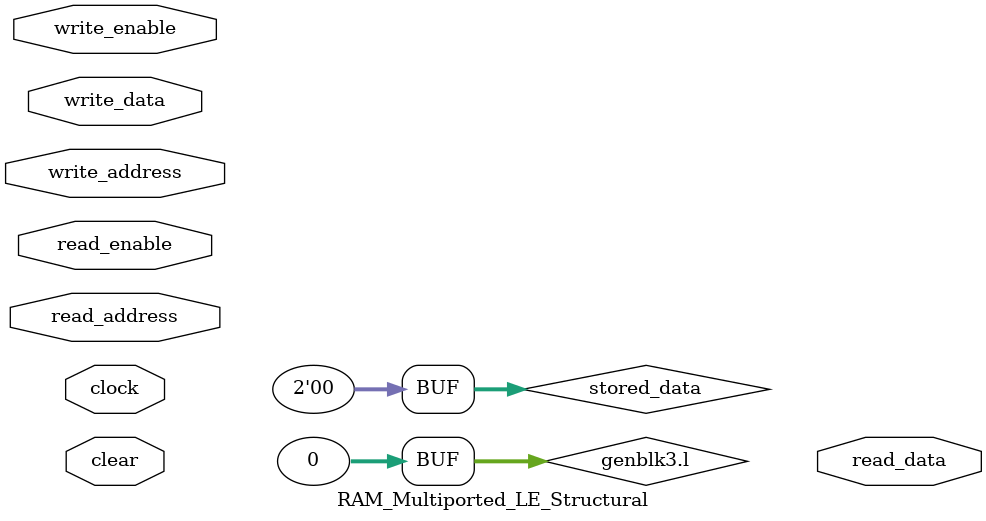
<source format=v>


//## Scaling and Applications

// This kind of multi-ported memory is not expected to map to underlying RAM
// blocks, but it can support arbitrary numbers of read and write ports by
// using random logic and registers, *and can be bulk-cleared in a single
// cycle*. It will not scale well to large depths or widths, and become very
// large and slow. But it is suitable for small, highly-concurrent memories
// such as semaphores, small CPU register files, or storage for parallel
// functional units, and is the building block of more efficient, larger
// multi-ported memories.

//## Implementation Style

// This implementation describes the logic in a structural manner, built from
// known sub-modules which can all be directly ported to any other HDL, rather
// than depend on Verilog-specific features as in the [behavioural
// implementation](./RAM_Multiported_LE_Behavioural.html), at the cost of
// larger logic (but the same number of registers). The structural
// implementation also makes the operation under out-of-bounds accesses
// well-defined, and easy to change as necessary for your application. 

//## Concurrency and Write Conflicts

// Concurrent reads and writes to the same address always returns the
// currently stored data, not the data being written, which becomes readable
// in the next cycle.  The result of concurrent writes to the same address is
// defined by the `ON_WRITE_CONFLICT` parameter, which specifies the Boolean
// combination of the conflicting data writes to the same address.

//## Synthesis Parameters

// The `RAMSTYLE` parameter is still provided for cases where the CAD tool
// might be able to map to RAM blocks, such as when `WRITE_PORT_COUNT` is 1.
// However, write-forwarding is not supported, unlike the [Simple Dual Port
// RAM](./RAM_Simple_Dual_Port.html), for example. 

// Expect warnings from the linter and your CAD tools if `DEPTH` is less than
// `ADDR_WIDTH**2`. It is allowable: *out-of-bounds reads and writes
// will respectively return zero and have no effect on the stored data.*

// The `SYNCHRONOUS_READ` parameter defines if the read ports are registered
// (1) or combinational (0). In other words, if the read results are available
// in the next cycle or the current one. There is the usual tradeoff in
// latency versus clock speed here. Any other parameter value will cause
// a synthesis error.

// **NOTE**: when reads are combinational, the `read_enable` line functions as
// an extra address line which maps the read output to a space where all
// values are `INIT_VALUE`. This can be handy to signal "no value" situations
// by using a magic number, or you can tie `read_enable` high to optimize away
// that extra logic.

//## Parameters, Ports, and Constants

// Since we cannot have variable numbers of ports on a Verilog module, the
// read and write data, address, and enable ports are vectors which
// concatenate all the read/write ports in numerical order. Each individual
// read/write port behaves like every other read/write port. There is no
// distinction.

`default_nettype none

module RAM_Multiported_LE_Structural
#(
    parameter                       WORD_WIDTH          = 0,
    parameter                       READ_PORT_COUNT     = 0,
    parameter                       WRITE_PORT_COUNT    = 0,
    parameter                       ADDR_WIDTH          = 0,
    parameter                       DEPTH               = 0,
    parameter                       USE_INIT_FILE       = 0,
    parameter                       INIT_FILE           = "",
    parameter   [WORD_WIDTH-1:0]    INIT_VALUE          = 0,
    parameter                       RAMSTYLE            = "",
    parameter                       ON_WRITE_CONFLICT   = "", // e.g.: AND, OR, XOR, XNOR, etc...
    parameter                       SYNCHRONOUS_READ    = 1,

    // Do not set at instantiation, except in IPI
    parameter TOTAL_READ_DATA  = WORD_WIDTH * READ_PORT_COUNT,
    parameter TOTAL_WRITE_DATA = WORD_WIDTH * WRITE_PORT_COUNT,
    parameter TOTAL_READ_ADDR  = ADDR_WIDTH * READ_PORT_COUNT,
    parameter TOTAL_WRITE_ADDR = ADDR_WIDTH * WRITE_PORT_COUNT
)
(
    input   wire                            clock,
    input   wire                            clear,

    input   wire    [TOTAL_WRITE_DATA-1:0]  write_data,
    input   wire    [TOTAL_WRITE_ADDR-1:0]  write_address,
    input   wire    [WRITE_PORT_COUNT-1:0]  write_enable,

    output  wire    [TOTAL_READ_DATA-1:0]   read_data,
    input   wire    [TOTAL_READ_ADDR-1:0]   read_address,
    input   wire    [READ_PORT_COUNT-1:0]   read_enable
);

    localparam WORD_ZERO            = {WORD_WIDTH{1'b0}};
    localparam WRITE_ADDR_HIT_ZERO  = {WRITE_PORT_COUNT{1'b0}};
    localparam TOTAL_STORED_DATA    = WORD_WIDTH * DEPTH;
    localparam TOTAL_STORED_ZERO    = {TOTAL_STORED_DATA{1'b0}};

//## RAM Array

// CAD tools expect a memory description like this, an arrays of registers, to
// infer RAM and to enable initializing from a file. The CAD tool will *try*
// to map the memory to the specified `RAMSTYLE`.

    (* ramstyle  = RAMSTYLE *) // Quartus
    (* ram_style = RAMSTYLE *) // Vivado

    reg [WORD_WIDTH-1:0] ram [DEPTH-1:0];

//## Write Ports and Storage

// For each `ram` array location, decode the `write_address` from each write
// port, masked by each write port's `write_enable` bit. If an address
// matches, then store the write data from that write port into that `ram`
// array location.  If no write address matches the `ram` location, then no
// write is enabled to that `ram` location.  Thus, if the write address
// exceeds the depth of the `ram`, nothing happens.  Conflicting write data
// are merged via the Boolean operation specified by `ON_WRITE_CONFLICT`.

    generate
    genvar i, j;

        reg [TOTAL_STORED_DATA-1:0] stored_data = TOTAL_STORED_ZERO;

        for (i=0; i < DEPTH; i=i+1) begin: per_ram_unit

//### Option: Out-Of-Bounds Write Handling

// By calculating [arithmetic predicates](./Arithmetic_Predicates_Binary.html)
// here to compare the write address with `DEPTH`, you could detect
// out-of-bounds writes.

            wire [WRITE_PORT_COUNT-1:0] write_addr_hit;

            for (j=0; j < WRITE_PORT_COUNT; j=j+1) begin: per_write_port
                Address_Decoder_Behavioural
                #(
                    .ADDR_WIDTH (ADDR_WIDTH)
                )
                write_address_decoder
                (
                    .base_addr  (i [ADDR_WIDTH-1:0]), // Must trim to width to avoid lint warnings.
                    .bound_addr (i [ADDR_WIDTH-1:0]),
                    .addr       (write_address [ADDR_WIDTH*j +: ADDR_WIDTH]),
                    .hit        (write_addr_hit [j])
                );
            end

//### Option: Write Conflict Handling

// Here we compute the final write enable to this particular `ram` location.
// This is where you would handle conflicting writes, by using a [Priority
// Arbiter](./Arbiter_Priority.html) for example. Or maybe return an error
// signal or delay a ready/valid handshake from completing. Or store the
// conflicting writes into a queue, or report the conflict as metadata when
// reading out, etc...

            reg write_enable_ram = 1'b0;

            always @(*) begin
                write_enable_ram = ((write_addr_hit & write_enable) != WRITE_ADDR_HIT_ZERO);
            end

            wire [WORD_WIDTH-1:0] write_data_selected;

            Multiplexer_One_Hot
            #(
                .WORD_WIDTH     (WORD_WIDTH),
                .WORD_COUNT     (WRITE_PORT_COUNT),
                .OPERATION      (ON_WRITE_CONFLICT),
                .IMPLEMENTATION ("AND")
            )
            write_data_mux
            (
                .selectors      (write_addr_hit),
                .words_in       (write_data),
                .word_out       (write_data_selected)
            );

//### Storage

// Rather than use a [Register](./Register.html) module for each `ram`
// location, we implement the writing and reset logic directly here, since we
// *must* use a reg array to enable initializing `ram` from a file later on.
// This code uses the ["Last Assignment Wins"](./verilog.html#resets) reset
// idiom.

            always @(posedge clock) begin
                if (write_enable_ram == 1'b1) begin
                    ram [i] <= write_data_selected;
                end
                if (clear == 1'b1) begin
                    ram [i] <= INIT_VALUE;
                end
            end

//### Flattening

// Here, we flatten the outputs of the `ram` reg array into a single vector so
// each read port can later select the desired data word. This isn't strictly
// necessary, but a single multiplexer is more modular than nested loops
// iterating over each memory location for each read port. 

            always @(*) begin
                stored_data [WORD_WIDTH*i +: WORD_WIDTH] = ram [i];
            end

        end

    endgenerate

//## Read Ports

// For each read port, we use the `read_address` to select the desired data
// word, and register it as output if `read_enable` is set that cycle. If the
// `read_address` is greater than the `ram` `DEPTH`, then `read_data` returns
// zero (and such an out-of-bounds access could also be detected here).

    generate
    genvar k;

        wire [TOTAL_READ_DATA-1:0] read_data_internal;

        for (k=0; k < READ_PORT_COUNT; k=k+1) begin: per_read_port
            Multiplexer_Binary_Structural
            #(
                .WORD_WIDTH     (WORD_WIDTH),
                .ADDR_WIDTH     (ADDR_WIDTH),
                .INPUT_COUNT    (DEPTH),
                .OPERATION      ("OR"),
                .IMPLEMENTATION ("AND")
            )
            read_data_selector
            (
                .selector       (read_address [ADDR_WIDTH*k +: ADDR_WIDTH]),
                .words_in       (stored_data),
                .word_out       (read_data_internal [WORD_WIDTH*k +: WORD_WIDTH])
            );

// The output is optionally registered to match the behaviour of synchronous
// RAMs, but also to pipeline the above *large* multiplexers. Since
// `read_data` is a `wire`, this is one of the rare places we have to use an
// `assign` statement.

            if (SYNCHRONOUS_READ == 0) begin: async_read
                // Tie `read_enable` high if not meaningful when `SYNCHRONOUS_READ` is 0
                assign read_data [WORD_WIDTH*k +: WORD_WIDTH] = (read_enable [k] == 1'b1) ? read_data_internal [WORD_WIDTH*k +: WORD_WIDTH] : INIT_VALUE;
            end else if (SYNCHRONOUS_READ == 1) begin: sync_read
                Register
                #(
                    .WORD_WIDTH     (WORD_WIDTH),
                    .RESET_VALUE    (WORD_ZERO)
                )
                read_port_output
                (
                    .clock          (clock),
                    .clock_enable   (read_enable [k]),
                    .clear          (clear),
                    .data_in        (read_data_internal [WORD_WIDTH*k +: WORD_WIDTH]),
                    .data_out       (read_data          [WORD_WIDTH*k +: WORD_WIDTH])
                );
            end
        end

    endgenerate

//## Memory Initialization

// If you are not using an init file, the following code will set all memory
// locations to INIT_VALUE. The CAD tool should generate a memory
// initialization file from that.  This is useful to cleanly zero-out memory
// without having to deal with an init file.  Your CAD tool may complain about
// too many for-loop iterations if your memory is very deep. Adjust the tool
// settings to allow more loop iterations.

// At a minimum, the initialization file format is one value per line, one for
// each memory word from 0 to DEPTH-1, in bare hexadecimal (e.g.: 0012 to init
// a 16-bit memory word with 16'h12). Note that if your WORD_WIDTH isn't
// a multiple of 4, the CAD tool may complain about the width mismatch.
// You can base yourself on this Python [memory initialization file
// generator](./RAM_generate_empty_init_file.py).

    generate
        if (USE_INIT_FILE == 0) begin
            integer l;
            initial begin
                for (l=0; l < DEPTH; l=l+1) begin: per_ram_word
                    ram[l] = INIT_VALUE;
                end
            end
        end
        else begin
            initial begin
                $readmemh(INIT_FILE, ram);
            end
        end
    endgenerate

endmodule


</source>
